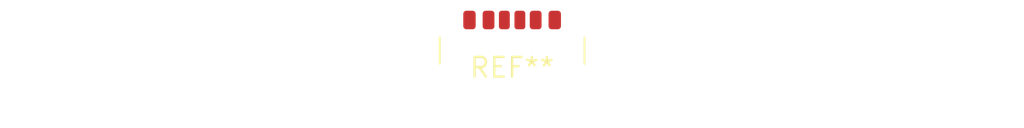
<source format=kicad_pcb>
(kicad_pcb (version 20240108) (generator pcbnew)
  (layers (0 "F.Cu" signal) (31 "B.Cu" signal) (34 "B.Paste" user) (35 "F.Paste" user) (36 "B.SilkS" user "B.Silkscreen") (37 "F.SilkS" user "F.Silkscreen") (38 "B.Mask" user) (39 "F.Mask" user) (44 "Edge.Cuts" user))
  (net 0 "")
  (footprint "USB_C_Receptacle_GCT_USB4125-xx-x-0190_6P_TopMnt_Horizontal" (layer "F.Cu") (at 0 0)
    (property "Reference" "REF**")
    (property "Value" "USB_C_Receptacle_GCT_USB4125-xx-x-0190_6P_TopMnt_Horizontal")
    (fp_line (start -4.67 -0.25) (end -4.67 -1.95) (layer "F.SilkS") (stroke (width 0.12)))
    (fp_line (start 4.67 -0.25) (end 4.67 -1.95) (layer "F.SilkS") (stroke (width 0.12)))
    (pad "A5" smd roundrect (at -0.5 -3.08) (size 0.7 1.2) (layers "F.Cu" "F.Paste" "F.Mask"))
    (pad "A9" smd roundrect (at 1.52 -3.08 180) (size 0.76 1.2) (layers "F.Cu" "F.Paste" "F.Mask"))
    (pad "A12" smd roundrect (at 2.75 -3.08 180) (size 0.8 1.2) (layers "F.Cu" "F.Paste" "F.Mask"))
    (pad "B5" smd roundrect (at 0.5 -3.08 180) (size 0.7 1.2) (layers "F.Cu" "F.Paste" "F.Mask"))
    (pad "B9" smd roundrect (at -1.52 -3.08) (size 0.76 1.2) (layers "F.Cu" "F.Paste" "F.Mask"))
    (pad "B12" smd roundrect (at -2.75 -3.08) (size 0.8 1.2) (layers "F.Cu" "F.Paste" "F.Mask"))
    (pad "S1" thru_hole oval (at -4.32 -3) (size 1.1 1.7) (drill oval 0.6 1.2) (layers *.Cu *.Mask "F.Paste") (remove_unused_layers))
    (pad "S1" thru_hole oval (at -4.32 0.8) (size 1.1 1.7) (drill oval 0.6 1.2) (layers *.Cu *.Mask "F.Paste") (remove_unused_layers))
    (pad "S1" thru_hole oval (at 4.32 -3) (size 1.1 1.7) (drill oval 0.6 1.2) (layers *.Cu *.Mask "F.Paste") (remove_unused_layers))
    (pad "S1" thru_hole oval (at 4.32 0.8) (size 1.1 1.7) (drill oval 0.6 1.2) (layers *.Cu *.Mask "F.Paste") (remove_unused_layers))
  )
)
</source>
